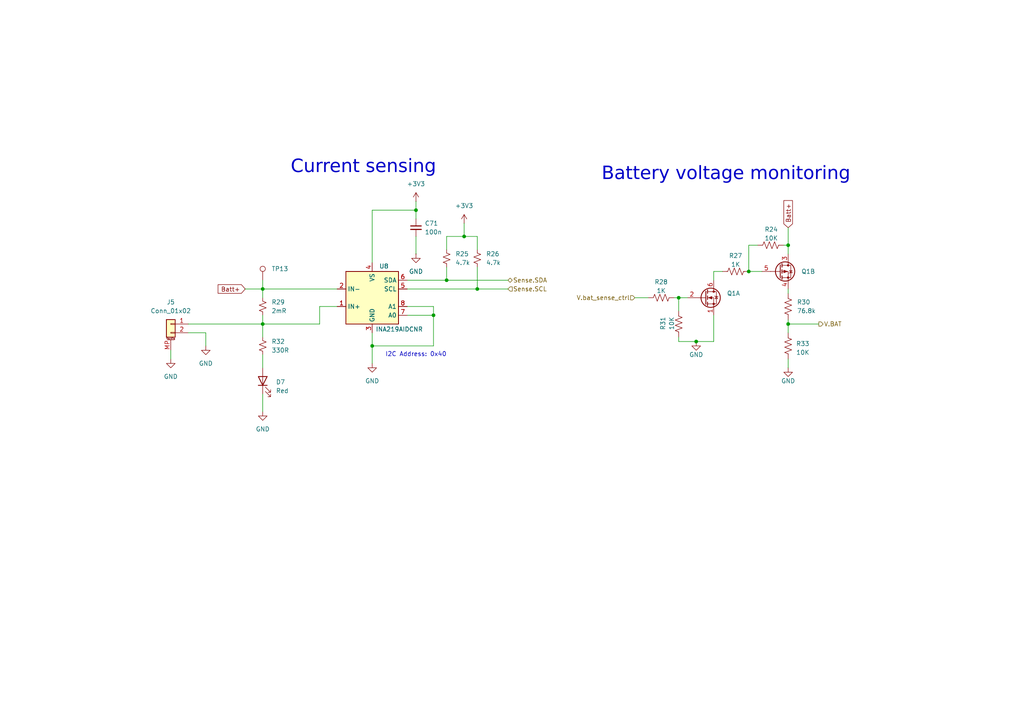
<source format=kicad_sch>
(kicad_sch (version 20250114) (generator "eeschema") (generator_version "9.0")
  (paper "A4")
  (lib_symbols
    (symbol "Connector:TestPoint" (pin_numbers (hide yes)) (pin_names (offset 0.762) (hide yes))
      (property "Reference" "TP" (at 0 6.858 0))
      (property "Value" "TestPoint" (at 0 5.08 0))
      (symbol "TestPoint_0_1"
        (circle (center 0 3.302) (radius 0.762))
      )
      (symbol "TestPoint_1_1"
        (pin passive line (at 0 0 90) (length 2.54) (name "1") (number "1"))
      )
    )
    (symbol "Connector_Generic_MountingPin:Conn_01x02_MountingPin" (pin_names (offset 1.016) (hide yes))
      (property "Reference" "J" (at 0 2.54 0))
      (property "Value" "Conn_01x02_MountingPin" (at 1.27 -5.08 0))
      (symbol "Conn_01x02_MountingPin_1_1"
        (rectangle (start -1.27 1.27) (end 1.27 -3.81) (stroke (width 0.254)) (fill (type background)))
        (rectangle (start -1.27 0.127) (end 0 -0.127) (stroke (width 0.1524)))
        (rectangle (start -1.27 -2.413) (end 0 -2.667) (stroke (width 0.1524)))
        (polyline (pts (xy -1.016 -4.572) (xy 1.016 -4.572)) (stroke (width 0.1524)))
        (text "Mounting" (at 0 -4.191 0) (effects (font (size 0.381 0.381))))
        (pin passive line (at -5.08 0 0) (length 3.81) (name "Pin_1") (number "1"))
        (pin passive line (at -5.08 -2.54 0) (length 3.81) (name "Pin_2") (number "2"))
        (pin passive line (at 0 -7.62 90) (length 3.048) (name "MountPin") (number "MP"))
      )
    )
    (symbol "Device:C_Small" (pin_numbers (hide yes)) (pin_names (offset 0.254) (hide yes))
      (property "Reference" "C" (at 0.254 1.778 0))
      (property "Value" "C_Small" (at 0.254 -2.032 0))
      (symbol "C_Small_0_1"
        (polyline (pts (xy -1.524 0.508) (xy 1.524 0.508)) (stroke (width 0.3048)))
        (polyline (pts (xy -1.524 -0.508) (xy 1.524 -0.508)) (stroke (width 0.3302)))
      )
      (symbol "C_Small_1_1"
        (pin passive line (at 0 2.54 270) (length 2.032) (name "~") (number "1"))
        (pin passive line (at 0 -2.54 90) (length 2.032) (name "~") (number "2"))
      )
    )
    (symbol "Device:LED" (pin_numbers (hide yes)) (pin_names (offset 1.016) (hide yes))
      (property "Reference" "D" (at 0 2.54 0))
      (property "Value" "LED" (at 0 -2.54 0))
      (symbol "LED_0_1"
        (polyline (pts (xy -3.048 -0.762) (xy -4.572 -2.286) (xy -3.81 -2.286) (xy -4.572 -2.286) (xy -4.572 -1.524)))
        (polyline (pts (xy -1.778 -0.762) (xy -3.302 -2.286) (xy -2.54 -2.286) (xy -3.302 -2.286) (xy -3.302 -1.524)))
        (polyline (pts (xy -1.27 0) (xy 1.27 0)))
        (polyline (pts (xy -1.27 -1.27) (xy -1.27 1.27)) (stroke (width 0.254)))
        (polyline (pts (xy 1.27 -1.27) (xy 1.27 1.27) (xy -1.27 0) (xy 1.27 -1.27)) (stroke (width 0.254)))
      )
      (symbol "LED_1_1"
        (pin passive line (at -3.81 0 0) (length 2.54) (name "K") (number "1"))
        (pin passive line (at 3.81 0 180) (length 2.54) (name "A") (number "2"))
      )
    )
    (symbol "Device:R_Small_US" (pin_numbers (hide yes)) (pin_names (offset 0.254) (hide yes))
      (property "Reference" "R" (at 0.762 0.508 0))
      (property "Value" "R_Small_US" (at 0.762 -1.016 0))
      (symbol "R_Small_US_1_1"
        (polyline (pts (xy 0 1.524) (xy 1.016 1.143) (xy 0 0.762) (xy -1.016 0.381) (xy 0 0)))
        (polyline (pts (xy 0 0) (xy 1.016 -0.381) (xy 0 -0.762) (xy -1.016 -1.143) (xy 0 -1.524)))
        (pin passive line (at 0 2.54 270) (length 1.016) (name "~") (number "1"))
        (pin passive line (at 0 -2.54 90) (length 1.016) (name "~") (number "2"))
      )
    )
    (symbol "Device:R_US" (pin_numbers (hide yes)) (pin_names (offset 0))
      (property "Reference" "R" (at 2.54 0 90))
      (property "Value" "R_US" (at -2.54 0 90))
      (symbol "R_US_0_1"
        (polyline (pts (xy 0 2.286) (xy 0 2.54)))
        (polyline (pts (xy 0 2.286) (xy 1.016 1.905) (xy 0 1.524) (xy -1.016 1.143) (xy 0 0.762)))
        (polyline (pts (xy 0 0.762) (xy 1.016 0.381) (xy 0 0) (xy -1.016 -0.381) (xy 0 -0.762)))
        (polyline (pts (xy 0 -0.762) (xy 1.016 -1.143) (xy 0 -1.524) (xy -1.016 -1.905) (xy 0 -2.286)))
        (polyline (pts (xy 0 -2.286) (xy 0 -2.54)))
      )
      (symbol "R_US_1_1"
        (pin passive line (at 0 3.81 270) (length 1.27) (name "~") (number "1"))
        (pin passive line (at 0 -3.81 90) (length 1.27) (name "~") (number "2"))
      )
    )
    (symbol "FDS4559_1" (pin_names (hide yes))
      (property "Reference" "Q1" (at 6.35 1.2701 0))
      (property "Value" "CMLDM7484 TR PBFREE" (at 6.35 -1.2699 0))
      (symbol "FDS4559_1_0_1"
        (polyline (pts (xy 0.254 1.905) (xy 0.254 -1.905)) (stroke (width 0.254)))
        (polyline (pts (xy 0.254 0) (xy -2.54 0)))
        (polyline (pts (xy 0.762 2.286) (xy 0.762 1.27)) (stroke (width 0.254)))
        (polyline (pts (xy 0.762 0.508) (xy 0.762 -0.508)) (stroke (width 0.254)))
        (polyline (pts (xy 0.762 -1.27) (xy 0.762 -2.286)) (stroke (width 0.254)))
        (polyline (pts (xy 0.762 -1.778) (xy 3.302 -1.778) (xy 3.302 1.778) (xy 0.762 1.778)))
        (circle (center 1.651 0) (radius 2.794) (stroke (width 0.254)))
        (polyline (pts (xy 2.54 2.54) (xy 2.54 1.778)))
        (circle (center 2.54 1.778) (radius 0.254) (fill (type outline)))
        (circle (center 2.54 -1.778) (radius 0.254) (fill (type outline)))
        (polyline (pts (xy 2.54 -2.54) (xy 2.54 0) (xy 0.762 0)))
      )
      (symbol "FDS4559_1_1_1"
        (polyline (pts (xy 1.016 0) (xy 2.032 0.381) (xy 2.032 -0.381) (xy 1.016 0)) (fill (type outline)))
        (polyline (pts (xy 2.794 0.508) (xy 2.921 0.381) (xy 3.683 0.381) (xy 3.81 0.254)))
        (polyline (pts (xy 3.302 0.381) (xy 2.921 -0.254) (xy 3.683 -0.254) (xy 3.302 0.381)))
        (pin input line (at -5.08 0 0) (length 2.54) (name "G") (number "2"))
        (pin passive line (at 2.54 5.08 270) (length 2.54) (name "D") (number "6"))
        (pin passive line (at 2.54 -5.08 90) (length 2.54) (name "S") (number "1"))
      )
      (symbol "FDS4559_1_2_1"
        (polyline (pts (xy 2.286 0) (xy 1.27 0.381) (xy 1.27 -0.381) (xy 2.286 0)) (fill (type outline)))
        (polyline (pts (xy 2.794 -0.508) (xy 2.921 -0.381) (xy 3.683 -0.381) (xy 3.81 -0.254)))
        (polyline (pts (xy 3.302 -0.381) (xy 2.921 0.254) (xy 3.683 0.254) (xy 3.302 -0.381)))
        (pin passive line (at -5.08 0 0) (length 2.54) (name "G") (number "5"))
        (pin passive line (at 2.54 5.08 270) (length 2.54) (name "D") (number "3"))
        (pin input line (at 2.54 -5.08 90) (length 2.54) (name "S") (number "4"))
      )
    )
    (symbol "Sensor_Energy:INA219AxD"
      (property "Reference" "U11" (at 2.032 9.144 0))
      (property "Value" "INA219AIDCNR" (at 1.016 -9.144 0))
      (symbol "INA219AxD_0_1"
        (rectangle (start -7.62 7.62) (end 7.62 -7.62) (stroke (width 0.254)) (fill (type background)))
      )
      (symbol "INA219AxD_1_1"
        (pin input line (at -10.16 2.54 0) (length 2.54) (name "IN-") (number "2"))
        (pin input line (at -10.16 -2.54 0) (length 2.54) (name "IN+") (number "1"))
        (pin power_in line (at 0 10.16 270) (length 2.54) (name "VS") (number "4"))
        (pin power_in line (at 0 -10.16 90) (length 2.54) (name "GND") (number "3"))
        (pin bidirectional line (at 10.16 5.08 180) (length 2.54) (name "SDA") (number "6"))
        (pin input line (at 10.16 2.54 180) (length 2.54) (name "SCL") (number "5"))
        (pin input line (at 10.16 -2.54 180) (length 2.54) (name "A1") (number "8"))
        (pin input line (at 10.16 -5.08 180) (length 2.54) (name "A0") (number "7"))
      )
    )
    (symbol "Transistor_FET:FDS4559" (pin_names (hide yes))
      (property "Reference" "Q1" (at 6.35 1.2701 0))
      (property "Value" "CMLDM7484 TR PBFREE" (at 6.35 -1.2699 0))
      (symbol "FDS4559_0_1"
        (polyline (pts (xy 0.254 1.905) (xy 0.254 -1.905)) (stroke (width 0.254)))
        (polyline (pts (xy 0.254 0) (xy -2.54 0)))
        (polyline (pts (xy 0.762 2.286) (xy 0.762 1.27)) (stroke (width 0.254)))
        (polyline (pts (xy 0.762 0.508) (xy 0.762 -0.508)) (stroke (width 0.254)))
        (polyline (pts (xy 0.762 -1.27) (xy 0.762 -2.286)) (stroke (width 0.254)))
        (polyline (pts (xy 0.762 -1.778) (xy 3.302 -1.778) (xy 3.302 1.778) (xy 0.762 1.778)))
        (circle (center 1.651 0) (radius 2.794) (stroke (width 0.254)))
        (polyline (pts (xy 2.54 2.54) (xy 2.54 1.778)))
        (circle (center 2.54 1.778) (radius 0.254) (fill (type outline)))
        (circle (center 2.54 -1.778) (radius 0.254) (fill (type outline)))
        (polyline (pts (xy 2.54 -2.54) (xy 2.54 0) (xy 0.762 0)))
      )
      (symbol "FDS4559_1_1"
        (polyline (pts (xy 1.016 0) (xy 2.032 0.381) (xy 2.032 -0.381) (xy 1.016 0)) (fill (type outline)))
        (polyline (pts (xy 2.794 0.508) (xy 2.921 0.381) (xy 3.683 0.381) (xy 3.81 0.254)))
        (polyline (pts (xy 3.302 0.381) (xy 2.921 -0.254) (xy 3.683 -0.254) (xy 3.302 0.381)))
        (pin input line (at -5.08 0 0) (length 2.54) (name "G") (number "2"))
        (pin passive line (at 2.54 5.08 270) (length 2.54) (name "D") (number "6"))
        (pin passive line (at 2.54 -5.08 90) (length 2.54) (name "S") (number "1"))
      )
      (symbol "FDS4559_2_1"
        (polyline (pts (xy 2.286 0) (xy 1.27 0.381) (xy 1.27 -0.381) (xy 2.286 0)) (fill (type outline)))
        (polyline (pts (xy 2.794 -0.508) (xy 2.921 -0.381) (xy 3.683 -0.381) (xy 3.81 -0.254)))
        (polyline (pts (xy 3.302 -0.381) (xy 2.921 0.254) (xy 3.683 0.254) (xy 3.302 -0.381)))
        (pin passive line (at -5.08 0 0) (length 2.54) (name "G") (number "5"))
        (pin passive line (at 2.54 5.08 270) (length 2.54) (name "D") (number "3"))
        (pin input line (at 2.54 -5.08 90) (length 2.54) (name "S") (number "4"))
      )
    )
    (symbol "power:+3V3" (power) (pin_numbers (hide yes)) (pin_names (offset 0) (hide yes))
      (property "Value" "+3V3" (at 0 3.556 0))
      (symbol "+3V3_0_1"
        (polyline (pts (xy -0.762 1.27) (xy 0 2.54)))
        (polyline (pts (xy 0 2.54) (xy 0.762 1.27)))
        (polyline (pts (xy 0 0) (xy 0 2.54)))
      )
      (symbol "+3V3_1_1"
        (pin power_in line (at 0 0 90) (length 0) (name "~") (number "1"))
      )
    )
    (symbol "power:GND" (power) (pin_numbers (hide yes)) (pin_names (offset 0) (hide yes))
      (property "Value" "GND" (at 0 -3.81 0))
      (symbol "GND_0_1"
        (polyline (pts (xy 0 0) (xy 0 -1.27) (xy 1.27 -1.27) (xy 0 -2.54) (xy -1.27 -1.27) (xy 0 -1.27)))
      )
      (symbol "GND_1_1"
        (pin power_in line (at 0 0 270) (length 0) (name "~") (number "1"))
      )
    )
  )
  (text "Current sensing" (at 105.41 49.53 0) (effects (font (size 3.81 3.81))))
  (text "Battery voltage monitoring" (at 210.566 51.562 0) (effects (font (size 3.81 3.81))))
  (text "I2C Address: 0x40" (at 120.65 102.87 0) (effects (font (size 1.27 1.27))))
  (junction (at 76.2 83.82))
  (junction (at 196.85 86.36))
  (junction (at 228.6 71.12))
  (junction (at 120.65 60.96))
  (junction (at 134.62 68.58))
  (junction (at 125.73 91.44))
  (junction (at 76.2 93.98))
  (junction (at 228.6 93.98))
  (junction (at 129.54 81.28))
  (junction (at 201.93 99.06))
  (junction (at 138.43 83.82))
  (junction (at 217.17 78.74))
  (junction (at 107.95 100.33))
  (wire (pts (xy 147.32 81.28) (xy 129.54 81.28)))
  (wire (pts (xy 59.69 100.33) (xy 59.69 96.52)))
  (wire (pts (xy 228.6 71.12) (xy 228.6 73.66)))
  (wire (pts (xy 217.17 78.74) (xy 220.98 78.74)))
  (wire (pts (xy 228.6 93.98) (xy 237.49 93.98)))
  (wire (pts (xy 184.15 86.36) (xy 187.96 86.36)))
  (wire (pts (xy 107.95 96.52) (xy 107.95 100.33)))
  (wire (pts (xy 76.2 83.82) (xy 76.2 86.36)))
  (wire (pts (xy 228.6 104.14) (xy 228.6 106.68)))
  (wire (pts (xy 129.54 72.39) (xy 129.54 68.58)))
  (wire (pts (xy 228.6 92.71) (xy 228.6 93.98)))
  (wire (pts (xy 125.73 88.9) (xy 125.73 91.44)))
  (wire (pts (xy 228.6 71.12) (xy 227.33 71.12)))
  (wire (pts (xy 118.11 88.9) (xy 125.73 88.9)))
  (wire (pts (xy 138.43 77.47) (xy 138.43 83.82)))
  (wire (pts (xy 207.01 78.74) (xy 209.55 78.74)))
  (wire (pts (xy 76.2 81.28) (xy 76.2 83.82)))
  (wire (pts (xy 107.95 100.33) (xy 107.95 105.41)))
  (wire (pts (xy 97.79 88.9) (xy 92.71 88.9)))
  (wire (pts (xy 107.95 60.96) (xy 107.95 76.2)))
  (wire (pts (xy 201.93 99.06) (xy 207.01 99.06)))
  (wire (pts (xy 134.62 68.58) (xy 138.43 68.58)))
  (wire (pts (xy 195.58 86.36) (xy 196.85 86.36)))
  (wire (pts (xy 118.11 83.82) (xy 138.43 83.82)))
  (wire (pts (xy 76.2 114.3) (xy 76.2 119.38)))
  (wire (pts (xy 125.73 100.33) (xy 107.95 100.33)))
  (wire (pts (xy 120.65 68.58) (xy 120.65 73.66)))
  (wire (pts (xy 228.6 66.04) (xy 228.6 71.12)))
  (wire (pts (xy 196.85 86.36) (xy 199.39 86.36)))
  (wire (pts (xy 76.2 102.87) (xy 76.2 106.68)))
  (wire (pts (xy 59.69 96.52) (xy 54.61 96.52)))
  (wire (pts (xy 118.11 91.44) (xy 125.73 91.44)))
  (wire (pts (xy 54.61 93.98) (xy 76.2 93.98)))
  (wire (pts (xy 107.95 60.96) (xy 120.65 60.96)))
  (wire (pts (xy 129.54 68.58) (xy 134.62 68.58)))
  (wire (pts (xy 120.65 63.5) (xy 120.65 60.96)))
  (wire (pts (xy 196.85 90.17) (xy 196.85 86.36)))
  (wire (pts (xy 217.17 78.74) (xy 217.17 71.12)))
  (wire (pts (xy 228.6 96.52) (xy 228.6 93.98)))
  (wire (pts (xy 76.2 93.98) (xy 76.2 91.44)))
  (wire (pts (xy 207.01 81.28) (xy 207.01 78.74)))
  (wire (pts (xy 129.54 81.28) (xy 118.11 81.28)))
  (wire (pts (xy 196.85 99.06) (xy 201.93 99.06)))
  (wire (pts (xy 76.2 93.98) (xy 92.71 93.98)))
  (wire (pts (xy 129.54 77.47) (xy 129.54 81.28)))
  (wire (pts (xy 138.43 83.82) (xy 147.32 83.82)))
  (wire (pts (xy 49.53 101.6) (xy 49.53 104.14)))
  (wire (pts (xy 196.85 99.06) (xy 196.85 97.79)))
  (wire (pts (xy 71.12 83.82) (xy 76.2 83.82)))
  (wire (pts (xy 120.65 58.42) (xy 120.65 60.96)))
  (wire (pts (xy 76.2 83.82) (xy 97.79 83.82)))
  (wire (pts (xy 76.2 93.98) (xy 76.2 97.79)))
  (wire (pts (xy 92.71 88.9) (xy 92.71 93.98)))
  (wire (pts (xy 134.62 64.77) (xy 134.62 68.58)))
  (wire (pts (xy 125.73 91.44) (xy 125.73 100.33)))
  (wire (pts (xy 138.43 72.39) (xy 138.43 68.58)))
  (wire (pts (xy 207.01 99.06) (xy 207.01 91.44)))
  (wire (pts (xy 219.71 71.12) (xy 217.17 71.12)))
  (wire (pts (xy 228.6 83.82) (xy 228.6 85.09)))
  (global_label "Batt+" (shape input) (at 228.6 66.04 90) (property "Intersheetrefs" "${INTERSHEET_REFS}" (effects (hide yes))))
  (global_label "Batt+" (shape input) (at 71.12 83.82 180) (property "Intersheetrefs" "${INTERSHEET_REFS}" (effects (hide yes))))
  (hierarchical_label "Sense.SCL" (shape input) (at 147.32 83.82 0))
  (hierarchical_label "Sense.SDA" (shape bidirectional) (at 147.32 81.28 0))
  (hierarchical_label "V.BAT" (shape output) (at 237.49 93.98 0))
  (hierarchical_label "V.bat_sense_ctrl" (shape input) (at 184.15 86.36 180))
  (symbol (lib_id "Device:C_Small") (at 120.65 66.04 0) (unit 1)
    (property "Reference" "C71" (at 123.19 64.7762 0) (effects (justify left)))
    (property "Value" "100n" (at 123.19 67.3162 0) (effects (justify left)))
    (property "Footprint" "Capacitor_SMD:C_0402_1005Metric" (effects (hide yes)))
    (property "Description" "Unpolarized capacitor, small symbol" (effects (hide yes)))
    (instances (project "Flybot_FC" (path "" (reference "C71") (unit 1))) (project "Drone_AIO_V1.0.0" (path "" (reference "C59") (unit 1))))
  )
  (symbol (lib_id "power:GND") (at 107.95 105.41 0) (unit 1)
    (property "Reference" "#PWR094" (effects (hide yes)))
    (property "Value" "GND" (at 107.95 110.49 0))
    (property "Description" "Power symbol creates a global label with name \"GND\" , ground" (effects (hide yes)))
    (instances (project "Flybot_FC" (path "" (reference "#PWR094") (unit 1))) (project "" (path "" (reference "#PWR090") (unit 1))))
  )
  (symbol (lib_id "Device:R_US") (at 223.52 71.12 270) (unit 1)
    (property "Reference" "R24" (at 221.742 66.548 90) (effects (justify left)))
    (property "Value" "10K" (at 221.742 69.088 90) (effects (justify left)))
    (property "Footprint" "Resistor_SMD:R_0402_1005Metric" (effects (hide yes)))
  )
  (symbol (lib_id "power:GND") (at 59.69 100.33 0) (unit 1)
    (property "Reference" "#PWR093" (effects (hide yes)))
    (property "Value" "GND" (at 59.69 105.41 0))
    (instances (project "Flybot_FC" (path "" (reference "#PWR093") (unit 1))) (project "Drone_AIO_V1.0.0" (path "" (reference "#PWR088") (unit 1))))
  )
  (symbol (lib_id "Device:LED") (at 76.2 110.49 90) (unit 1)
    (property "Reference" "D7" (at 80.01 110.8074 90) (effects (justify right)))
    (property "Value" "Red" (at 80.01 113.3474 90) (effects (justify right)))
    (property "Footprint" "LED_SMD:LED_0402_1005Metric" (effects (hide yes)))
    (property "Description" "Light emitting diode" (effects (hide yes)))
    (property "Sim.Pins" "1=K 2=A" (effects (hide yes)))
    (instances (project "Flybot_FC" (path "" (reference "D7") (unit 1))) (project "Drone_AIO_V1.0.0" (path "" (reference "D5") (unit 1))))
  )
  (symbol (lib_id "power:+3V3") (at 120.65 58.42 0) (unit 1)
    (property "Reference" "#PWR089" (effects (hide yes)))
    (property "Value" "+3V3" (at 120.65 53.34 0))
    (property "Description" "Power symbol creates a global label with name \"+3V3\"" (effects (hide yes)))
    (instances (project "Flybot_FC" (path "" (reference "#PWR089") (unit 1))) (project "Drone_AIO_V1.0.0" (path "" (reference "#PWR0179") (unit 1))))
  )
  (symbol (lib_id "Device:R_US") (at 213.36 78.74 270) (unit 1)
    (property "Reference" "R27" (at 213.36 74.168 90))
    (property "Value" "1K" (at 213.36 76.708 90))
    (property "Footprint" "Resistor_SMD:R_0402_1005Metric" (effects (hide yes)))
  )
  (symbol (lib_id "Device:R_Small_US") (at 129.54 74.93 0) (unit 1)
    (property "Reference" "R25" (at 132.08 73.6599 0) (effects (justify left)))
    (property "Value" "4.7k" (at 132.08 76.1999 0) (effects (justify left)))
    (property "Footprint" "Resistor_SMD:R_0402_1005Metric" (effects (hide yes)))
    (property "Description" "Resistor, small US symbol" (effects (hide yes)))
    (instances (project "Flybot_FC" (path "" (reference "R25") (unit 1))) (project "Drone_AIO_V1.0.0" (path "" (reference "R31") (unit 1))))
  )
  (symbol (lib_id "Transistor_FET:FDS4559") (at 226.06 78.74 0) (unit 2)
    (property "Reference" "Q1" (at 232.41 78.7399 0) (effects (justify left)))
    (property "Value" "CMLDM7484 TR PBFREE" (effects (hide yes)))
    (property "Footprint" "Package_TO_SOT_SMD:SOT-563" (effects (hide yes)))
    (property "Datasheet" "https://my.centralsemi.com/datasheets/CMLDM7484.PDF" (effects (hide yes)))
    (property "Description" "4.5A Id, 60V Vds, Dual N and P Channel MOSFET, 55mOhm Ron, 10V Vgs, SO8L" (effects (hide yes)))
  )
  (symbol (lib_id "power:+3V3") (at 134.62 64.77 0) (unit 1)
    (property "Reference" "#PWR090" (effects (hide yes)))
    (property "Value" "+3V3" (at 134.62 59.69 0))
    (property "Description" "Power symbol creates a global label with name \"+3V3\"" (effects (hide yes)))
    (instances (project "Flybot_FC" (path "" (reference "#PWR090") (unit 1))) (project "Drone_AIO_V1.0.0" (path "" (reference "#PWR092") (unit 1))))
  )
  (symbol (lib_id "Sensor_Energy:INA219AxD") (at 107.95 86.36 0) (unit 1)
    (property "Reference" "U8" (at 109.982 77.216 0) (effects (justify left)))
    (property "Value" "INA219AIDCNR" (at 108.966 95.504 0) (effects (justify left)))
    (property "Footprint" "Package_TO_SOT_SMD:SOT-23-8" (effects (hide yes)))
    (property "Datasheet" "https://www.ti.com/lit/ds/symlink/ina219.pdf?ts=1755639795201" (effects (hide yes)))
    (property "Description" "Zero-Drift, Bidirectional Current/Power Monitor (0-26V) With I2C Interface, SOIC-8" (effects (hide yes)))
    (instances (project "Flybot_FC" (path "" (reference "U8") (unit 1))) (project "" (path "" (reference "U11") (unit 1))))
  )
  (symbol (lib_id "Device:R_Small_US") (at 138.43 74.93 0) (unit 1)
    (property "Reference" "R26" (at 140.97 73.6599 0) (effects (justify left)))
    (property "Value" "4.7k" (at 140.97 76.1999 0) (effects (justify left)))
    (property "Footprint" "Resistor_SMD:R_0402_1005Metric" (effects (hide yes)))
    (property "Description" "Resistor, small US symbol" (effects (hide yes)))
    (instances (project "Flybot_FC" (path "" (reference "R26") (unit 1))) (project "Drone_AIO_V1.0.0" (path "" (reference "R32") (unit 1))))
  )
  (symbol (lib_id "Device:R_US") (at 228.6 88.9 0) (unit 1)
    (property "Reference" "R30" (at 231.14 87.6299 0) (effects (justify left)))
    (property "Value" "76.8k" (at 231.14 90.1699 0) (effects (justify left)))
    (property "Footprint" "Resistor_SMD:R_0402_1005Metric" (effects (hide yes)))
  )
  (symbol (lib_id "Connector:TestPoint") (at 76.2 81.28 0) (unit 1)
    (property "Reference" "TP13" (at 78.74 77.9779 0) (effects (justify left)))
    (property "Value" "TestPoint" (effects (hide yes)))
    (property "Footprint" "TestPoint:TestPoint_Pad_D1.0mm" (effects (hide yes)))
    (property "Description" "test point" (effects (hide yes)))
  )
  (symbol (lib_id "Device:R_Small_US") (at 76.2 88.9 180) (unit 1)
    (property "Reference" "R29" (at 78.74 87.6299 0) (effects (justify right)))
    (property "Value" "2mR" (at 78.74 90.1699 0) (effects (justify right)))
    (property "Footprint" "Resistor_SMD:R_0603_1608Metric" (effects (hide yes)))
    (property "Description" "Resistor, small US symbol" (effects (hide yes)))
  )
  (symbol (lib_id "power:GND") (at 49.53 104.14 0) (unit 1)
    (property "Reference" "#PWR0118" (effects (hide yes)))
    (property "Value" "GND" (at 49.53 109.22 0))
  )
  (symbol (lib_id "Device:R_US") (at 228.6 100.33 0) (unit 1)
    (property "Reference" "R33" (at 230.886 99.695 0) (effects (justify left)))
    (property "Value" "10K" (at 230.886 102.235 0) (effects (justify left)))
    (property "Footprint" "Resistor_SMD:R_0402_1005Metric" (effects (hide yes)))
  )
  (symbol (lib_id "Device:R_US") (at 191.77 86.36 270) (unit 1)
    (property "Reference" "R28" (at 191.77 81.788 90))
    (property "Value" "1K" (at 191.77 84.328 90))
    (property "Footprint" "Resistor_SMD:R_0402_1005Metric" (effects (hide yes)))
  )
  (symbol (lib_id "Device:R_Small_US") (at 76.2 100.33 0) (unit 1)
    (property "Reference" "R32" (at 78.74 99.0599 0) (effects (justify left)))
    (property "Value" "330R" (at 78.74 101.5999 0) (effects (justify left)))
    (property "Footprint" "Resistor_SMD:R_0402_1005Metric" (effects (hide yes)))
    (property "Description" "Resistor, small US symbol" (effects (hide yes)))
    (instances (project "Flybot_FC" (path "" (reference "R32") (unit 1))) (project "Drone_AIO_V1.0.0" (path "" (reference "R30") (unit 1))))
  )
  (symbol (lib_id "power:GND") (at 120.65 73.66 0) (unit 1)
    (property "Reference" "#PWR091" (effects (hide yes)))
    (property "Value" "GND" (at 120.65 78.74 0))
    (property "Description" "Power symbol creates a global label with name \"GND\" , ground" (effects (hide yes)))
  )
  (symbol (lib_id "power:GND") (at 76.2 119.38 0) (unit 1)
    (property "Reference" "#PWR096" (effects (hide yes)))
    (property "Value" "GND" (at 76.2 124.46 0))
    (instances (project "Flybot_FC" (path "" (reference "#PWR096") (unit 1))) (project "Drone_AIO_V1.0.0" (path "" (reference "#PWR089") (unit 1))))
  )
  (symbol (lib_name "FDS4559_1") (lib_id "Transistor_FET:FDS4559") (at 204.47 86.36 0) (unit 1)
    (property "Reference" "Q1" (at 210.82 85.0899 0) (effects (justify left)))
    (property "Value" "CMLDM7484 TR PBFREE" (effects (hide yes)))
    (property "Footprint" "Package_TO_SOT_SMD:SOT-563" (effects (hide yes)))
    (property "Datasheet" "https://my.centralsemi.com/datasheets/CMLDM7484.PDF" (effects (hide yes)))
    (property "Description" "4.5A Id, 60V Vds, Dual N and P Channel MOSFET, 55mOhm Ron, 10V Vgs, SO8L" (effects (hide yes)))
  )
  (symbol (lib_id "power:GND") (at 228.6 106.68 0) (unit 1)
    (property "Reference" "#PWR095" (effects (hide yes)))
    (property "Value" "GND" (at 228.6 110.49 0))
  )
  (symbol (lib_id "power:GND") (at 201.93 99.06 0) (unit 1)
    (property "Reference" "#PWR092" (effects (hide yes)))
    (property "Value" "GND" (at 201.93 102.87 0))
  )
  (symbol (lib_id "Device:R_US") (at 196.85 93.98 0) (unit 1)
    (property "Reference" "R31" (at 192.278 95.758 90) (effects (justify left)))
    (property "Value" "10K" (at 194.818 95.758 90) (effects (justify left)))
    (property "Footprint" "Resistor_SMD:R_0402_1005Metric" (effects (hide yes)))
  )
  (symbol (lib_id "Connector_Generic_MountingPin:Conn_01x02_MountingPin") (at 49.53 93.98 0) (mirror y) (unit 1)
    (property "Reference" "J5" (at 49.53 87.63 0))
    (property "Value" "Conn_01x02" (at 49.53 90.17 0))
    (property "Footprint" "greencharge-footprints:CONN_SM02B-SFHLS-TF" (effects (hide yes)))
    (property "Description" "Generic connectable mounting pin connector, single row, 01x02, script generated (kicad-library-utils/schlib/autogen/connector/)" (effects (hide yes)))
  )
)
</source>
